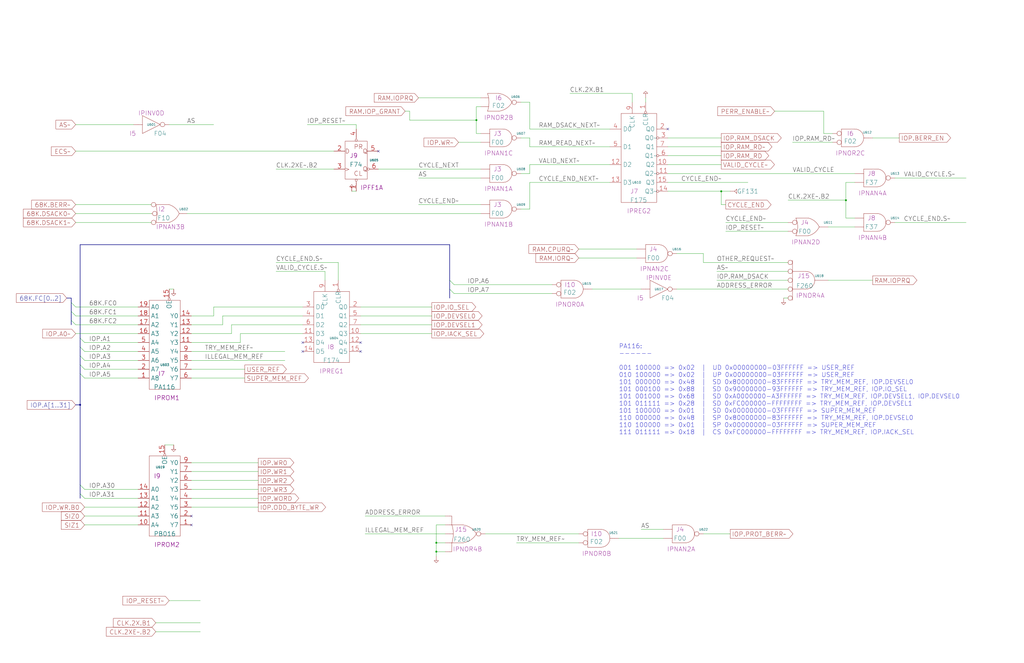
<source format=kicad_sch>
(kicad_sch (version 20250114) (generator "eeschema") (generator_version "9.0")
  (paper "User" 584.2 378.46)
  (title_block (title "IOP\\nADDRESS DECODING") (date "22-SEP-90") (rev "2.0") (comment 1 "IOC") (comment 2 "232-003061") (comment 3 "S400") (comment 4 "RELEASED"))
  (lib_symbols
    (symbol "r1000:F00" (pin_numbers (hide yes)) (pin_names (hide yes))
      (property "Reference" "U" (at 15.24 0 0))
      (property "Value" "F00" (at 1.905 -5.08 0))
      (property "Location" "___" (at 1.905 0 0))
      (property "Name" "______" (at 2.54 -12.7 0))
      (symbol "F00_0_1"
        (polyline (pts (xy -2.54 2.54) (xy -2.54 -7.62)) (stroke (width 0.1524)))
        (polyline (pts (xy -2.54 2.54) (xy 5.08 2.54)) (stroke (width 0.1524)))
        (polyline (pts (xy -2.54 -7.62) (xy 5.08 -7.62)) (stroke (width 0.1524)))
        (arc (start 5.08 2.54) (mid 10.1281 -2.54) (end 5.08 -7.62) (stroke (width 0.1524)))
        (circle (center 11.43 -2.54) (radius 1.27) (stroke (width 0.1524)))
      )
      (symbol "F00_0_2"
        (arc (start -3.175 2.54) (mid -2.134 -2.54) (end -3.175 -7.62) (stroke (width 0.1524)))
        (circle (center -3.81 0) (radius 1.27) (stroke (width 0.1524)))
        (circle (center -3.81 -5.08) (radius 1.27) (stroke (width 0.1524)))
        (polyline (pts (xy -3.175 2.54) (xy 3.81 2.54)) (stroke (width 0.1524)))
        (polyline (pts (xy -3.175 -7.62) (xy 3.81 -7.62)) (stroke (width 0.1524)))
        (arc (start 3.81 2.54) (mid 7.5828 0.7472) (end 10.16 -2.54) (stroke (width 0.1524)))
        (arc (start 10.16 -2.54) (mid 7.5855 -5.8306) (end 3.81 -7.62) (stroke (width 0.1524)))
      )
      (symbol "F00_1_1"
        (pin input line (at -7.62 0 0) (length 5.08) (name "D0") (number "1"))
        (pin input line (at -7.62 -5.08 0) (length 5.08) (name "D1") (number "2"))
        (pin output line (at 15.24 -2.54 180) (length 2.54) (name "Q") (number "3"))
      )
      (symbol "F00_1_2"
        (pin input line (at -7.62 0 0) (length 2.54) (name "D0") (number "1"))
        (pin input line (at -7.62 -5.08 0) (length 2.54) (name "D1") (number "2"))
        (pin output line (at 15.24 -2.54 180) (length 5.08) (name "Q") (number "3"))
      )
    )
    (symbol "r1000:F02" (pin_numbers (hide yes)) (pin_names (hide yes))
      (property "Reference" "U" (at 12.16 0.635 0))
      (property "Value" "F02" (at -1.27 -4.445 0))
      (property "Location" "___" (at 2.54 0 0))
      (property "Name" "______" (at 2.54 -12.7 0))
      (symbol "F02_0_1"
        (arc (start -3.81 2.54) (mid -2.9847 -2.54) (end -3.81 -7.62) (stroke (width 0.1524)))
        (polyline (pts (xy -5.08 0) (xy -3.175 0)) (stroke (width 0.1524)))
        (polyline (pts (xy -5.08 -5.08) (xy -3.175 -5.08)) (stroke (width 0.1524)))
        (polyline (pts (xy -3.81 2.54) (xy 2.54 2.54)) (stroke (width 0.1524)))
        (polyline (pts (xy -3.81 -7.62) (xy 2.54 -7.62)) (stroke (width 0.1524)))
        (arc (start 2.54 2.54) (mid 6.9477 0.8966) (end 10.16 -2.54) (stroke (width 0.1524)))
        (arc (start 10.16 -2.54) (mid 6.9515 -5.9823) (end 2.54 -7.62) (stroke (width 0.1524)))
        (circle (center 11.43 -2.54) (radius 1.27) (stroke (width 0.1524)))
        (polyline (pts (xy 13.97 -2.54) (xy 12.7 -2.54)) (stroke (width 0.1524)))
      )
      (symbol "F02_0_2"
        (circle (center -3.81 0) (radius 1.27) (stroke (width 0.1524)))
        (circle (center -3.81 -5.08) (radius 1.27) (stroke (width 0.1524)))
        (polyline (pts (xy -2.54 2.54) (xy -2.54 -7.62)) (stroke (width 0.1524)))
        (polyline (pts (xy -2.54 2.54) (xy 5.08 2.54)) (stroke (width 0.1524)))
        (polyline (pts (xy -2.54 -7.62) (xy 5.08 -7.62)) (stroke (width 0.1524)))
        (arc (start 5.08 2.54) (mid 10.1281 -2.54) (end 5.08 -7.62) (stroke (width 0.1524)))
        (polyline (pts (xy 11.43 -2.54) (xy 10.16 -2.54)) (stroke (width 0.1524)))
        (polyline (pts (xy 11.43 -2.54) (xy 12.7 -2.54)) (stroke (width 0.1524)))
      )
      (symbol "F02_1_1"
        (pin input line (at -7.62 0 0) (length 2.54) (name "D0") (number "1"))
        (pin input line (at -7.62 -5.08 0) (length 2.54) (name "D1") (number "2"))
        (pin output line (at 15.24 -2.54 180) (length 1.27) (name "Q") (number "3"))
      )
      (symbol "F02_1_2"
        (pin input line (at -7.62 0 0) (length 2.54) (name "D0") (number "1"))
        (pin input line (at -7.62 -5.08 0) (length 2.54) (name "D1") (number "2"))
        (pin output line (at 15.24 -2.54 180) (length 2.54) (name "Q") (number "3"))
      )
    )
    (symbol "r1000:F04" (pin_numbers (hide yes)) (pin_names (hide yes))
      (property "Reference" "U" (at 0 0 0))
      (property "Value" "F04" (at 1.27 -5.08 0))
      (property "Location" "___" (at -12.7 -5.08 0))
      (property "Name" "______" (at 0 5.08 0))
      (symbol "F04_0_1"
        (polyline (pts (xy -7.62 0) (xy -5.08 0)) (stroke (width 0.1524)))
        (polyline (pts (xy -5.08 5.08) (xy -5.08 -5.08)) (stroke (width 0.1524)))
        (polyline (pts (xy 5.08 0) (xy -5.08 5.08)) (stroke (width 0.1524)))
        (polyline (pts (xy 5.08 0) (xy -5.08 -5.08)) (stroke (width 0.1524)))
        (circle (center 6.35 0) (radius 1.27) (stroke (width 0.1524)))
      )
      (symbol "F04_1_1"
        (pin input line (at -10.16 0 0) (length 2.54) (name "D0") (number "1"))
        (pin output line (at 10.16 0 180) (length 2.54) (name "Q") (number "2"))
      )
    )
    (symbol "r1000:F10" (pin_numbers (hide yes)) (pin_names (hide yes))
      (property "Reference" "U" (at 13.335 0 0))
      (property "Value" "F10" (at 5.715 -5.08 0))
      (property "Location" "___" (at -1.27 0 0))
      (property "Name" "______" (at -2.54 -10.16 0))
      (symbol "F10_0_1"
        (polyline (pts (xy -2.54 3.81) (xy -2.54 -8.89)) (stroke (width 0.1524)))
        (polyline (pts (xy -2.54 2.54) (xy 5.08 2.54)) (stroke (width 0.1524)))
        (polyline (pts (xy -2.54 -7.62) (xy 5.08 -7.62)) (stroke (width 0.1524)))
        (arc (start 5.08 2.54) (mid 10.1281 -2.54) (end 5.08 -7.62) (stroke (width 0.1524)))
        (circle (center 11.43 -2.54) (radius 1.27) (stroke (width 0.1524)))
      )
      (symbol "F10_0_2"
        (arc (start -2.54 2.54) (mid -1.8195 -2.54) (end -2.54 -7.62) (stroke (width 0.1524)))
        (polyline (pts (xy -4.445 -2.54) (xy -5.08 -2.54)) (stroke (width 0.1524)))
        (circle (center -3.81 2.54) (radius 1.27) (stroke (width 0.1524)))
        (circle (center -3.81 -7.62) (radius 1.27) (stroke (width 0.1524)))
        (circle (center -3.175 -2.54) (radius 1.27) (stroke (width 0.1524)))
        (polyline (pts (xy -2.54 2.54) (xy 5.08 2.54)) (stroke (width 0.1524)))
        (polyline (pts (xy -2.54 -7.62) (xy 5.08 -7.62)) (stroke (width 0.1524)))
        (arc (start 5.08 2.54) (mid 8.4807 0.6111) (end 10.795 -2.54) (stroke (width 0.1524)))
        (arc (start 10.795 -2.54) (mid 8.4844 -5.6952) (end 5.08 -7.62) (stroke (width 0.1524)))
        (polyline (pts (xy 10.795 -2.54) (xy 12.7 -2.54)) (stroke (width 0.1524)))
      )
      (symbol "F10_1_1"
        (pin input line (at -5.08 2.54 0) (length 2.54) (name "D0") (number "1"))
        (pin input line (at -5.08 -2.54 0) (length 2.54) (name "D1") (number "2"))
        (pin input line (at -5.08 -7.62 0) (length 2.54) (name "D2") (number "3"))
        (pin output line (at 15.24 -2.54 180) (length 2.54) (name "Q") (number "4"))
      )
      (symbol "F10_1_2"
        (pin input line (at -5.08 2.54 0) (length 0) (name "D0") (number "1"))
        (pin input line (at -5.08 -2.54 0) (length 0) (name "D1") (number "2"))
        (pin input line (at -5.08 -7.62 0) (length 0) (name "D2") (number "3"))
        (pin output line (at 15.24 -2.54 180) (length 2.54) (name "Q") (number "4"))
      )
    )
    (symbol "r1000:F174" (pin_names (offset 1.016))
      (property "Reference" "U" (at 2.54 5.08 0))
      (property "Value" "F174" (at -3.81 -7.62 0))
      (property "Location" "___" (at -1.27 0 0))
      (property "Name" "______" (at 1.27 -15.24 0))
      (symbol "F174_1_1"
        (rectangle (start -8.89 31.75) (end 11.43 -8.89))
        (circle (center 5.08 32.385) (radius 0.635))
        (pin input line (at -15.24 22.86 0) (length 6.35) (name "D0") (number "3"))
        (pin input line (at -15.24 17.78 0) (length 6.35) (name "D1") (number "4"))
        (pin input line (at -15.24 12.7 0) (length 6.35) (name "D2") (number "6"))
        (pin input line (at -15.24 7.62 0) (length 6.35) (name "D3") (number "11"))
        (pin input line (at -15.24 2.54 0) (length 6.35) (name "D4") (number "13"))
        (pin input line (at -15.24 -2.54 0) (length 6.35) (name "D5") (number "14"))
        (pin input line (at -2.54 38.1 270) (length 6.35) (name "CLK") (number "9"))
        (pin input line (at 5.08 38.1 270) (length 5.08) (name "CLR") (number "1"))
        (pin output line (at 17.78 22.86 180) (length 6.35) (name "Q0") (number "2"))
        (pin output line (at 17.78 17.78 180) (length 6.35) (name "Q1") (number "5"))
        (pin output line (at 17.78 12.7 180) (length 6.35) (name "Q2") (number "7"))
        (pin output line (at 17.78 7.62 180) (length 6.35) (name "Q3") (number "10"))
        (pin output line (at 17.78 2.54 180) (length 6.35) (name "Q4") (number "12"))
        (pin output line (at 17.78 -2.54 180) (length 6.35) (name "Q5") (number "15"))
      )
    )
    (symbol "r1000:F175" (pin_names (offset 1.016))
      (property "Reference" "U" (at 2.54 5.08 0))
      (property "Value" "F175" (at -1.27 -5.08 0))
      (property "Location" "___" (at -1.27 0 0))
      (property "Name" "______" (at 3.81 -12.7 0))
      (symbol "F175_1_1"
        (rectangle (start -6.35 44.45) (end 13.97 -6.35))
        (circle (center 7.62 45.085) (radius 0.635))
        (circle (center 14.605 30.48) (radius 0.635))
        (circle (center 14.605 20.32) (radius 0.635))
        (circle (center 14.605 10.16) (radius 0.635))
        (circle (center 14.605 0) (radius 0.635))
        (pin input line (at -12.7 35.56 0) (length 6.35) (name "D0") (number "4"))
        (pin input line (at -12.7 25.4 0) (length 6.35) (name "D1") (number "5"))
        (pin input line (at -12.7 15.24 0) (length 6.35) (name "D2") (number "12"))
        (pin input line (at -12.7 5.08 0) (length 6.35) (name "D3") (number "13"))
        (pin input line (at 0 50.8 270) (length 6.35) (name "CLK") (number "9"))
        (pin input line (at 7.62 50.8 270) (length 5.08) (name "CLR") (number "1"))
        (pin output line (at 20.32 35.56 180) (length 6.35) (name "Q0") (number "2"))
        (pin output line (at 20.32 30.48 180) (length 5.08) (name "Q0~") (number "3"))
        (pin output line (at 20.32 25.4 180) (length 6.35) (name "Q1") (number "7"))
        (pin output line (at 20.32 20.32 180) (length 5.08) (name "Q1~") (number "6"))
        (pin output line (at 20.32 15.24 180) (length 6.35) (name "Q2") (number "10"))
        (pin output line (at 20.32 10.16 180) (length 5.08) (name "Q2~") (number "11"))
        (pin output line (at 20.32 5.08 180) (length 6.35) (name "Q3") (number "15"))
        (pin output line (at 20.32 0 180) (length 5.08) (name "Q3~") (number "14"))
      )
    )
    (symbol "r1000:F260" (pin_numbers (hide yes)) (pin_names (hide yes))
      (property "Reference" "U" (at 10.16 0 0))
      (property "Value" "F260" (at 1.905 -5.715 0))
      (property "Location" "___" (at 1.27 0 0))
      (property "Name" "______" (at 5.08 -12.7 0))
      (symbol "F260_0_1"
        (arc (start -3.8173 2.54) (mid -2.9926 -2.54) (end -3.8173 -7.62) (stroke (width 0.1524)))
        (polyline (pts (xy -5.08 7.62) (xy -3.81 7.62) (xy -3.81 2.54)) (stroke (width 0.1524)))
        (polyline (pts (xy -5.08 2.54) (xy -3.81 2.54)) (stroke (width 0.1524)))
        (polyline (pts (xy -5.08 -2.54) (xy -3.0226 -2.54)) (stroke (width 0.1524)))
        (polyline (pts (xy -5.08 -7.62) (xy -3.81 -7.62)) (stroke (width 0.1524)))
        (polyline (pts (xy -5.08 -12.7) (xy -3.81 -12.7) (xy -3.81 -7.62)) (stroke (width 0.1524)))
        (polyline (pts (xy -3.81 2.54) (xy 2.54 2.54)) (stroke (width 0.1524)))
        (polyline (pts (xy -3.81 -7.62) (xy 2.54 -7.62)) (stroke (width 0.1524)))
        (arc (start 10.16 -2.54) (mid 6.9504 -5.9807) (end 2.54 -7.62) (stroke (width 0.1524)))
        (arc (start 2.54 2.54) (mid 6.9516 0.9024) (end 10.16 -2.54) (stroke (width 0.1524)))
        (circle (center 11.43 -2.54) (radius 1.27) (stroke (width 0.1524)))
      )
      (symbol "F260_0_2"
        (circle (center -6.35 7.62) (radius 1.27) (stroke (width 0.1524)))
        (circle (center -6.35 2.54) (radius 1.27) (stroke (width 0.1524)))
        (circle (center -6.35 -2.54) (radius 1.27) (stroke (width 0.1524)))
        (circle (center -6.35 -7.62) (radius 1.27) (stroke (width 0.1524)))
        (circle (center -6.35 -12.7) (radius 1.27) (stroke (width 0.1524)))
        (polyline (pts (xy -5.08 2.54) (xy 2.54 2.54)) (stroke (width 0.1524)))
        (polyline (pts (xy -5.08 -7.62) (xy 2.54 -7.62)) (stroke (width 0.1524)))
        (polyline (pts (xy -5.08 -13.97) (xy -5.08 8.89)) (stroke (width 0.1524)))
        (arc (start 2.54 2.54) (mid 6.1321 1.0521) (end 7.62 -2.54) (stroke (width 0.1524)))
        (arc (start 7.62 -2.54) (mid 6.1321 -6.1321) (end 2.54 -7.62) (stroke (width 0.1524)))
      )
      (symbol "F260_1_1"
        (pin input line (at -7.62 7.62 0) (length 2.54) (name "D0") (number "12"))
        (pin input line (at -7.62 2.54 0) (length 2.54) (name "D1") (number "13"))
        (pin input line (at -7.62 -2.54 0) (length 2.54) (name "D2") (number "1"))
        (pin input line (at -7.62 -7.62 0) (length 2.54) (name "D3") (number "2"))
        (pin input line (at -7.62 -12.7 0) (length 2.54) (name "D4") (number "3"))
        (pin output line (at 15.24 -2.54 180) (length 2.54) (name "Q") (number "5"))
      )
      (symbol "F260_1_2"
        (pin input line (at -7.62 7.62 0) (length 0) (name "D0") (number "12"))
        (pin input line (at -7.62 2.54 0) (length 0) (name "D1") (number "13"))
        (pin input line (at -7.62 -2.54 0) (length 0) (name "D2") (number "1"))
        (pin input line (at -7.62 -7.62 0) (length 0) (name "D3") (number "2"))
        (pin input line (at -7.62 -12.7 0) (length 0) (name "D4") (number "3"))
        (pin output line (at 15.24 -2.54 180) (length 7.62) (name "Q") (number "5"))
      )
    )
    (symbol "r1000:F37" (pin_numbers (hide yes)) (pin_names (offset 0) (hide yes))
      (property "Reference" "U" (at 15.24 0 0))
      (property "Value" "F37" (at 1.905 -5.08 0))
      (property "Location" "___" (at 1.905 0 0))
      (property "Name" "______" (at 2.54 -12.7 0))
      (symbol "F37_0_1"
        (polyline (pts (xy -2.54 2.54) (xy -2.54 -7.62)) (stroke (width 0.1524)))
        (polyline (pts (xy -2.54 2.54) (xy 5.08 2.54)) (stroke (width 0.1524)))
        (polyline (pts (xy -2.54 -7.62) (xy 5.08 -7.62)) (stroke (width 0.1524)))
        (arc (start 5.08 2.54) (mid 10.1281 -2.54) (end 5.08 -7.62) (stroke (width 0.1524)))
        (circle (center 11.43 -2.54) (radius 1.27) (stroke (width 0.1524)))
      )
      (symbol "F37_0_2"
        (arc (start -3.175 2.54) (mid -2.134 -2.54) (end -3.175 -7.62) (stroke (width 0.1524)))
        (circle (center -3.81 0) (radius 1.27) (stroke (width 0.1524)))
        (circle (center -3.81 -5.08) (radius 1.27) (stroke (width 0.1524)))
        (polyline (pts (xy -3.175 2.54) (xy 3.81 2.54)) (stroke (width 0.1524)))
        (polyline (pts (xy -3.175 -7.62) (xy 3.81 -7.62)) (stroke (width 0.1524)))
        (arc (start 3.81 2.54) (mid 7.5828 0.7472) (end 10.16 -2.54) (stroke (width 0.1524)))
        (arc (start 10.16 -2.54) (mid 7.5855 -5.8306) (end 3.81 -7.62) (stroke (width 0.1524)))
      )
      (symbol "F37_1_1"
        (pin input line (at -7.62 0 0) (length 5.08) (name "D0") (number "1"))
        (pin input line (at -7.62 -5.08 0) (length 5.08) (name "D1") (number "2"))
        (pin output line (at 15.24 -2.54 180) (length 2.54) (name "Q") (number "3"))
      )
      (symbol "F37_1_2"
        (pin input line (at -7.62 0 0) (length 2.54) (name "D0") (number "1"))
        (pin input line (at -7.62 -5.08 0) (length 2.54) (name "D1") (number "2"))
        (pin output line (at 15.24 -2.54 180) (length 5.08) (name "Q") (number "3"))
      )
    )
    (symbol "r1000:F74" (pin_names (offset 1.016) (hide yes))
      (property "Reference" "U" (at 12.7 -2.54 0))
      (property "Value" "F74" (at -1.27 -5.08 0))
      (property "Location" "___" (at -1.27 0 0))
      (property "Name" "______" (at 11.43 -19.685 0))
      (symbol "F74_0_1"
        (rectangle (start -3.81 8.255) (end 8.89 -13.335) (stroke (width 0.1524)))
        (polyline (pts (xy 2.54 10.16) (xy 2.54 9.525)) (stroke (width 0.1524)))
        (polyline (pts (xy 2.54 -15.24) (xy 2.54 -14.605)) (stroke (width 0.1524)))
      )
      (symbol "F74_1_1"
        (circle (center 2.54 8.89) (radius 0.635))
        (circle (center 2.54 -13.97) (radius 0.635))
        (circle (center 9.525 -7.62) (radius 0.635))
        (text "D" (at -2.54 2.54 0) (effects (font (size 2.54 2.54))))
        (text ">" (at -2.54 -7.62 0) (effects (font (size 2.54 2.54))))
        (text "P" (at 2.54 5.08 0) (effects (font (size 2.54 2.54))))
        (text "C" (at 2.54 -10.16 0) (effects (font (size 2.54 2.54))))
        (text "R" (at 5.08 5.08 0) (effects (font (size 2.54 2.54))))
        (text "L" (at 5.08 -10.16 0) (effects (font (size 2.54 2.54))))
        (text "Q" (at 7.62 2.54 0) (effects (font (size 2.54 2.54))))
        (text "Q" (at 7.62 -7.62 0) (effects (font (size 2.54 2.54))))
        (pin input line (at -10.16 2.54 0) (length 6.35) (name "D") (number "2"))
        (pin input line (at -10.16 -7.62 0) (length 6.35) (name "CLK") (number "3"))
        (pin input line (at 2.54 15.24 270) (length 5.08) (name "PR_") (number "4"))
        (pin input line (at 2.54 -20.32 90) (length 5.08) (name "CL_") (number "1"))
        (pin output line (at 15.24 2.54 180) (length 6.35) (name "Q") (number "5"))
        (pin output line (at 15.24 -7.62 180) (length 5.08) (name "Q_") (number "6"))
      )
    )
    (symbol "r1000:GF" (pin_numbers (hide yes)) (pin_names (offset 0) (hide yes))
      (property "Reference" "GF" (at 3.81 0 0))
      (symbol "GF_0_1"
        (polyline (pts (xy 2.54 0) (xy 3.81 1.27) (xy 3.81 -1.27) (xy 2.54 0)) (stroke (width 0.1524)))
      )
      (symbol "GF_1_1"
        (pin bidirectional line (at 0 0 0) (length 2.54) (name "") (number "1"))
      )
    )
    (symbol "r1000:PAxxx" (pin_names (offset 1.016))
      (property "Reference" "U" (at 2.54 5.08 0))
      (property "Value" "PAxxx" (at -3.81 -7.62 0))
      (property "Location" "___" (at -1.27 0 0))
      (property "Name" "______" (at 3.81 -15.24 0))
      (symbol "PAxxx_1_1"
        (rectangle (start -6.35 41.91) (end 11.43 -8.89))
        (circle (center 5.08 42.545) (radius 0.635))
        (pin input line (at -12.7 38.1 0) (length 6.35) (name "A0") (number "19"))
        (pin input line (at -12.7 33.02 0) (length 6.35) (name "A1") (number "18"))
        (pin input line (at -12.7 27.94 0) (length 6.35) (name "A2") (number "17"))
        (pin input line (at -12.7 22.86 0) (length 6.35) (name "A3") (number "16"))
        (pin input line (at -12.7 17.78 0) (length 6.35) (name "A4") (number "5"))
        (pin input line (at -12.7 12.7 0) (length 6.35) (name "A5") (number "4"))
        (pin input line (at -12.7 7.62 0) (length 6.35) (name "A6") (number "3"))
        (pin input line (at -12.7 2.54 0) (length 6.35) (name "A7") (number "2"))
        (pin input line (at -12.7 -2.54 0) (length 6.35) (name "A8") (number "1"))
        (pin input line (at 5.08 48.26 270) (length 5.08) (name "OE") (number "15"))
        (pin tri_state line (at 17.78 33.02 180) (length 6.35) (name "Y0") (number "14"))
        (pin tri_state line (at 17.78 27.94 180) (length 6.35) (name "Y1") (number "13"))
        (pin tri_state line (at 17.78 22.86 180) (length 6.35) (name "Y2") (number "12"))
        (pin tri_state line (at 17.78 17.78 180) (length 6.35) (name "Y3") (number "11"))
        (pin tri_state line (at 17.78 12.7 180) (length 6.35) (name "Y4") (number "9"))
        (pin tri_state line (at 17.78 7.62 180) (length 6.35) (name "Y5") (number "8"))
        (pin tri_state line (at 17.78 2.54 180) (length 6.35) (name "Y6") (number "7"))
        (pin tri_state line (at 17.78 -2.54 180) (length 6.35) (name "Y7") (number "6"))
      )
    )
    (symbol "r1000:PBxxx" (pin_names (offset 1.016))
      (property "Reference" "U" (at 2.54 5.08 0))
      (property "Value" "PBxxx" (at -1.27 -33.02 0))
      (property "Location" "___" (at -1.27 0 0))
      (property "Name" "______" (at 6.35 -40.64 0))
      (symbol "PBxxx_1_1"
        (rectangle (start -3.81 11.43) (end 13.97 -34.29))
        (circle (center 5.08 12.065) (radius 0.635))
        (pin input line (at -10.16 -7.62 0) (length 6.35) (name "A0") (number "14"))
        (pin input line (at -10.16 -12.7 0) (length 6.35) (name "A1") (number "13"))
        (pin input line (at -10.16 -17.78 0) (length 6.35) (name "A2") (number "12"))
        (pin input line (at -10.16 -22.86 0) (length 6.35) (name "A3") (number "11"))
        (pin input line (at -10.16 -27.94 0) (length 6.35) (name "A4") (number "10"))
        (pin input line (at 5.08 17.78 270) (length 5.08) (name "OE") (number "15"))
        (pin tri_state line (at 20.32 7.62 180) (length 6.35) (name "Y0") (number "9"))
        (pin tri_state line (at 20.32 2.54 180) (length 6.35) (name "Y1") (number "7"))
        (pin tri_state line (at 20.32 -2.54 180) (length 6.35) (name "Y2") (number "6"))
        (pin tri_state line (at 20.32 -7.62 180) (length 6.35) (name "Y3") (number "5"))
        (pin tri_state line (at 20.32 -12.7 180) (length 6.35) (name "Y4") (number "4"))
        (pin tri_state line (at 20.32 -17.78 180) (length 6.35) (name "Y5") (number "3"))
        (pin tri_state line (at 20.32 -22.86 180) (length 6.35) (name "Y6") (number "2"))
        (pin tri_state line (at 20.32 -27.94 180) (length 6.35) (name "Y7") (number "1"))
      )
    )
    (symbol "r1000:PD" (power) (pin_numbers (hide yes)) (pin_names (hide yes)) (in_bom no)
      (symbol "PD_0_1"
        (polyline (pts (xy 0 -2.54) (xy 1.27 -2.54) (xy 0 -3.81) (xy -1.27 -2.54) (xy 0 -2.54)) (stroke (width 0.1524)))
      )
      (symbol "PD_1_1"
        (pin power_in line (at 0 0 270) (length 2.54) (name "PD") (number "1"))
      )
    )
    (symbol "r1000:PU" (power) (pin_numbers (hide yes)) (pin_names (hide yes))
      (symbol "PU_0_1"
        (polyline (pts (xy 0 2.54) (xy -1.27 2.54) (xy 0 3.81) (xy 1.27 2.54) (xy 0 2.54)) (stroke (width 0.1524)))
      )
      (symbol "PU_1_1"
        (pin power_in line (at 0 0 90) (length 2.54) (name "PU") (number "1"))
      )
    )
  )
  (text "PA116:\n------\n\n001 100000 => 0x02  |  UD 0x00000000-03FFFFFF => USER_REF\n010 100000 => 0x02  |  UP 0x00000000-03FFFFFF => USER_REF\n101 000000 => 0x48  |  SD 0x80000000-83FFFFFF => TRY_MEM_REF, IOP.DEVSEL0\n101 000100 => 0x88  |  SD 0x90000000-93FFFFFF => TRY_MEM_REF, IOP.IO_SEL\n101 001000 => 0x68  |  SD 0xA0000000-A3FFFFFF => TRY_MEM_REF, IOP.DEVSEL1, IOP.DEVSEL0\n101 011111 => 0x28  |  SD 0xFC000000-FFFFFFFF => TRY_MEM_REF, IOP.DEVSEL1\n101 100000 => 0x01  |  SD 0x00000000-03FFFFFF => SUPER_MEM_REF\n110 000000 => 0x48  |  SP 0x80000000-83FFFFFF => TRY_MEM_REF, IOP.DEVSEL0\n110 100000 => 0x01  |  SP 0x00000000-03FFFFFF => SUPER_MEM_REF\n111 011111 => 0x18  |  CS 0xFC000000-FFFFFFFF => TRY_MEM_REF, IOP.IACK_SEL\n\n\n" (at 353.06 256.54 0) (effects (font (size 2.54 2.54)) (justify left bottom)))
  (junction (at 271.78 68.58))
  (junction (at 248.92 314.96))
  (junction (at 411.48 109.22))
  (junction (at 482.6 114.3))
  (junction (at 45.72 231.14))
  (junction (at 248.92 309.88))
  (no_connect (at 205.74 195.58))
  (no_connect (at 381 73.66))
  (no_connect (at 205.74 200.66))
  (no_connect (at 172.72 200.66))
  (no_connect (at 215.9 86.36))
  (no_connect (at 172.72 195.58))
  (no_connect (at 109.22 294.64))
  (no_connect (at 109.22 299.72))
  (bus_entry (at 256.54 160.02) (size 2.54 2.54))
  (bus_entry (at 40.64 182.88) (size 2.54 2.54))
  (bus_entry (at 40.64 177.8) (size 2.54 2.54))
  (bus_entry (at 45.72 193.04) (size 2.54 2.54))
  (bus_entry (at 45.72 208.28) (size 2.54 2.54))
  (bus_entry (at 45.72 281.94) (size 2.54 2.54))
  (bus_entry (at 45.72 198.12) (size 2.54 2.54))
  (bus_entry (at 45.72 213.36) (size 2.54 2.54))
  (bus_entry (at 40.64 172.72) (size 2.54 2.54))
  (bus_entry (at 45.72 203.2) (size 2.54 2.54))
  (bus_entry (at 256.54 165.1) (size 2.54 2.54))
  (bus_entry (at 45.72 276.86) (size 2.54 2.54))
  (wire (pts (xy 386.08 165.1) (xy 449.58 165.1)))
  (wire (pts (xy 302.26 73.66) (xy 347.98 73.66)))
  (wire (pts (xy 414.02 132.08) (xy 449.58 132.08)))
  (wire (pts (xy 238.76 101.6) (xy 274.32 101.6)))
  (wire (pts (xy 248.92 314.96) (xy 248.92 309.88)))
  (wire (pts (xy 88.9 355.6) (xy 114.3 355.6)))
  (bus (pts (xy 45.72 198.12) (xy 45.72 203.2)))
  (wire (pts (xy 109.22 205.74) (xy 162.56 205.74)))
  (bus (pts (xy 40.64 170.18) (xy 40.64 172.72)))
  (wire (pts (xy 302.26 83.82) (xy 302.26 78.74)))
  (bus (pts (xy 45.72 208.28) (xy 45.72 213.36)))
  (wire (pts (xy 193.04 149.86) (xy 193.04 160.02)))
  (wire (pts (xy 96.52 165.1) (xy 99.06 165.1)))
  (wire (pts (xy 381 83.82) (xy 411.48 83.82)))
  (wire (pts (xy 109.22 264.16) (xy 147.32 264.16)))
  (wire (pts (xy 233.68 63.5) (xy 233.68 68.58)))
  (wire (pts (xy 172.72 190.5) (xy 137.16 190.5)))
  (wire (pts (xy 276.86 304.8) (xy 330.2 304.8)))
  (wire (pts (xy 401.32 144.78) (xy 401.32 149.86)))
  (wire (pts (xy 482.6 104.14) (xy 487.68 104.14)))
  (wire (pts (xy 381 104.14) (xy 426.72 104.14)))
  (wire (pts (xy 238.76 116.84) (xy 274.32 116.84)))
  (bus (pts (xy 45.72 213.36) (xy 45.72 231.14)))
  (wire (pts (xy 185.42 154.94) (xy 185.42 160.02)))
  (wire (pts (xy 441.96 63.5) (xy 469.9 63.5)))
  (wire (pts (xy 449.58 114.3) (xy 482.6 114.3)))
  (wire (pts (xy 497.84 78.74) (xy 513.08 78.74)))
  (bus (pts (xy 40.64 177.8) (xy 40.64 182.88)))
  (wire (pts (xy 93.98 254) (xy 99.06 254)))
  (wire (pts (xy 48.26 215.9) (xy 78.74 215.9)))
  (wire (pts (xy 157.48 149.86) (xy 193.04 149.86)))
  (wire (pts (xy 452.12 81.28) (xy 474.98 81.28)))
  (wire (pts (xy 368.3 55.88) (xy 368.3 58.42)))
  (wire (pts (xy 121.92 175.26) (xy 172.72 175.26)))
  (wire (pts (xy 43.18 121.92) (xy 86.36 121.92)))
  (wire (pts (xy 248.92 309.88) (xy 254 309.88)))
  (wire (pts (xy 231.14 63.5) (xy 233.68 63.5)))
  (wire (pts (xy 175.26 71.12) (xy 203.2 71.12)))
  (wire (pts (xy 274.32 76.2) (xy 271.78 76.2)))
  (bus (pts (xy 45.72 193.04) (xy 45.72 198.12)))
  (wire (pts (xy 472.44 129.54) (xy 487.68 129.54)))
  (wire (pts (xy 205.74 190.5) (xy 246.38 190.5)))
  (wire (pts (xy 469.9 76.2) (xy 474.98 76.2)))
  (wire (pts (xy 233.68 68.58) (xy 271.78 68.58)))
  (wire (pts (xy 109.22 269.24) (xy 147.32 269.24)))
  (wire (pts (xy 48.26 284.48) (xy 78.74 284.48)))
  (wire (pts (xy 401.32 304.8) (xy 416.56 304.8)))
  (wire (pts (xy 510.54 101.6) (xy 551.18 101.6)))
  (bus (pts (xy 45.72 139.7) (xy 45.72 193.04)))
  (bus (pts (xy 38.1 170.18) (xy 40.64 170.18)))
  (wire (pts (xy 302.26 99.06) (xy 302.26 93.98)))
  (wire (pts (xy 472.44 160.02) (xy 497.84 160.02)))
  (wire (pts (xy 302.26 78.74) (xy 297.18 78.74)))
  (wire (pts (xy 109.22 289.56) (xy 147.32 289.56)))
  (wire (pts (xy 381 78.74) (xy 411.48 78.74)))
  (wire (pts (xy 109.22 284.48) (xy 147.32 284.48)))
  (wire (pts (xy 43.18 185.42) (xy 78.74 185.42)))
  (wire (pts (xy 48.26 294.64) (xy 78.74 294.64)))
  (wire (pts (xy 109.22 190.5) (xy 132.08 190.5)))
  (wire (pts (xy 259.08 167.64) (xy 314.96 167.64)))
  (wire (pts (xy 248.92 309.88) (xy 248.92 299.72)))
  (wire (pts (xy 109.22 200.66) (xy 162.56 200.66)))
  (wire (pts (xy 365.76 302.26) (xy 378.46 302.26)))
  (wire (pts (xy 510.54 127) (xy 551.18 127)))
  (wire (pts (xy 109.22 274.32) (xy 147.32 274.32)))
  (wire (pts (xy 132.08 185.42) (xy 172.72 185.42)))
  (wire (pts (xy 48.26 299.72) (xy 78.74 299.72)))
  (wire (pts (xy 294.64 309.88) (xy 330.2 309.88)))
  (bus (pts (xy 256.54 160.02) (xy 256.54 165.1)))
  (wire (pts (xy 469.9 63.5) (xy 469.9 76.2)))
  (wire (pts (xy 238.76 55.88) (xy 274.32 55.88)))
  (wire (pts (xy 259.08 162.56) (xy 314.96 162.56)))
  (wire (pts (xy 48.26 195.58) (xy 78.74 195.58)))
  (bus (pts (xy 45.72 276.86) (xy 45.72 281.94)))
  (wire (pts (xy 48.26 279.4) (xy 78.74 279.4)))
  (wire (pts (xy 43.18 190.5) (xy 78.74 190.5)))
  (wire (pts (xy 248.92 314.96) (xy 254 314.96)))
  (wire (pts (xy 200.66 109.22) (xy 203.2 109.22)))
  (wire (pts (xy 482.6 124.46) (xy 482.6 114.3)))
  (bus (pts (xy 45.72 231.14) (xy 45.72 276.86)))
  (wire (pts (xy 43.18 175.26) (xy 78.74 175.26)))
  (wire (pts (xy 96.52 71.12) (xy 121.92 71.12)))
  (wire (pts (xy 109.22 215.9) (xy 139.7 215.9)))
  (wire (pts (xy 48.26 205.74) (xy 78.74 205.74)))
  (bus (pts (xy 256.54 139.7) (xy 256.54 160.02)))
  (wire (pts (xy 271.78 60.96) (xy 274.32 60.96)))
  (wire (pts (xy 137.16 190.5) (xy 137.16 195.58)))
  (wire (pts (xy 215.9 96.52) (xy 274.32 96.52)))
  (wire (pts (xy 203.2 71.12) (xy 203.2 73.66)))
  (wire (pts (xy 109.22 279.4) (xy 147.32 279.4)))
  (wire (pts (xy 381 93.98) (xy 411.48 93.98)))
  (wire (pts (xy 121.92 180.34) (xy 121.92 175.26)))
  (wire (pts (xy 408.94 160.02) (xy 449.58 160.02)))
  (wire (pts (xy 297.18 58.42) (xy 302.26 58.42)))
  (wire (pts (xy 414.02 116.84) (xy 411.48 116.84)))
  (wire (pts (xy 43.18 127) (xy 86.36 127)))
  (wire (pts (xy 96.52 342.9) (xy 114.3 342.9)))
  (wire (pts (xy 88.9 360.68) (xy 114.3 360.68)))
  (wire (pts (xy 337.82 165.1) (xy 365.76 165.1)))
  (wire (pts (xy 127 180.34) (xy 127 185.42)))
  (wire (pts (xy 381 99.06) (xy 487.68 99.06)))
  (bus (pts (xy 40.64 182.88) (xy 40.64 185.42)))
  (wire (pts (xy 109.22 180.34) (xy 121.92 180.34)))
  (bus (pts (xy 40.64 172.72) (xy 40.64 177.8)))
  (wire (pts (xy 127 185.42) (xy 109.22 185.42)))
  (wire (pts (xy 248.92 299.72) (xy 254 299.72)))
  (wire (pts (xy 157.48 154.94) (xy 185.42 154.94)))
  (wire (pts (xy 271.78 76.2) (xy 271.78 68.58)))
  (wire (pts (xy 447.04 170.18) (xy 449.58 170.18)))
  (wire (pts (xy 137.16 195.58) (xy 109.22 195.58)))
  (wire (pts (xy 381 88.9) (xy 411.48 88.9)))
  (wire (pts (xy 48.26 210.82) (xy 78.74 210.82)))
  (wire (pts (xy 271.78 68.58) (xy 271.78 60.96)))
  (wire (pts (xy 109.22 210.82) (xy 139.7 210.82)))
  (wire (pts (xy 330.2 147.32) (xy 363.22 147.32)))
  (wire (pts (xy 48.26 289.56) (xy 78.74 289.56)))
  (wire (pts (xy 302.26 58.42) (xy 302.26 73.66)))
  (wire (pts (xy 401.32 149.86) (xy 449.58 149.86)))
  (wire (pts (xy 157.48 96.52) (xy 190.5 96.52)))
  (wire (pts (xy 482.6 114.3) (xy 482.6 104.14)))
  (bus (pts (xy 45.72 281.94) (xy 45.72 284.48)))
  (wire (pts (xy 347.98 104.14) (xy 302.26 104.14)))
  (wire (pts (xy 302.26 104.14) (xy 302.26 119.38)))
  (wire (pts (xy 411.48 116.84) (xy 411.48 109.22)))
  (wire (pts (xy 205.74 185.42) (xy 246.38 185.42)))
  (bus (pts (xy 43.18 231.14) (xy 45.72 231.14)))
  (wire (pts (xy 302.26 119.38) (xy 297.18 119.38)))
  (wire (pts (xy 411.48 109.22) (xy 416.56 109.22)))
  (wire (pts (xy 172.72 180.34) (xy 127 180.34)))
  (wire (pts (xy 208.28 304.8) (xy 254 304.8)))
  (wire (pts (xy 248.92 317.5) (xy 248.92 314.96)))
  (wire (pts (xy 353.06 307.34) (xy 378.46 307.34)))
  (wire (pts (xy 381 109.22) (xy 411.48 109.22)))
  (wire (pts (xy 132.08 190.5) (xy 132.08 185.42)))
  (wire (pts (xy 330.2 142.24) (xy 363.22 142.24)))
  (wire (pts (xy 302.26 93.98) (xy 347.98 93.98)))
  (wire (pts (xy 106.68 121.92) (xy 274.32 121.92)))
  (wire (pts (xy 414.02 127) (xy 449.58 127)))
  (wire (pts (xy 347.98 83.82) (xy 302.26 83.82)))
  (wire (pts (xy 48.26 200.66) (xy 78.74 200.66)))
  (wire (pts (xy 487.68 124.46) (xy 482.6 124.46)))
  (bus (pts (xy 256.54 165.1) (xy 256.54 170.18)))
  (wire (pts (xy 360.68 53.34) (xy 360.68 58.42)))
  (wire (pts (xy 43.18 180.34) (xy 78.74 180.34)))
  (bus (pts (xy 45.72 139.7) (xy 256.54 139.7)))
  (wire (pts (xy 205.74 180.34) (xy 246.38 180.34)))
  (wire (pts (xy 261.62 81.28) (xy 274.32 81.28)))
  (bus (pts (xy 45.72 203.2) (xy 45.72 208.28)))
  (wire (pts (xy 386.08 144.78) (xy 401.32 144.78)))
  (wire (pts (xy 43.18 86.36) (xy 190.5 86.36)))
  (wire (pts (xy 205.74 175.26) (xy 246.38 175.26)))
  (wire (pts (xy 325.12 53.34) (xy 360.68 53.34)))
  (wire (pts (xy 43.18 116.84) (xy 86.36 116.84)))
  (wire (pts (xy 43.18 71.12) (xy 76.2 71.12)))
  (wire (pts (xy 297.18 99.06) (xy 302.26 99.06)))
  (wire (pts (xy 408.94 154.94) (xy 449.58 154.94)))
  (wire (pts (xy 208.28 294.64) (xy 254 294.64)))
  (label "IOP_RESET~" (at 175.26 71.12 0) (effects (font (size 2.54 2.54))))
  (label "AS" (at 238.76 101.6 0) (effects (font (size 2.54 2.54))))
  (label "CYCLE_END.S~" (at 157.48 149.86 0) (effects (font (size 2.54 2.54))))
  (label "CYCLE_END_NEXT~" (at 307.34 104.14 0) (effects (font (size 2.54 2.54))))
  (label "VALID_CYCLE.S~" (at 515.62 101.6 0) (effects (font (size 2.54 2.54))))
  (label "CYCLE_END.S~" (at 515.62 127 0) (effects (font (size 2.54 2.54))))
  (label "IOP_RESET~" (at 414.02 132.08 0) (effects (font (size 2.54 2.54))))
  (label "IOP.A5" (at 50.8 215.9 0) (effects (font (size 2.54 2.54))))
  (label "AS~" (at 408.94 154.94 0) (effects (font (size 2.54 2.54))))
  (label "RAM_READ_NEXT~" (at 307.34 83.82 0) (effects (font (size 2.54 2.54))))
  (label "VALID_CYCLE.S~" (at 157.48 154.94 0) (effects (font (size 2.54 2.54))))
  (label "CYCLE_END~" (at 238.76 116.84 0) (effects (font (size 2.54 2.54))))
  (label "ILLEGAL_MEM_REF" (at 208.28 304.8 0) (effects (font (size 2.54 2.54))))
  (label "RAM_DSACK_NEXT~" (at 307.34 73.66 0) (effects (font (size 2.54 2.54))))
  (label "CLK.2X.B1" (at 325.12 53.34 0) (effects (font (size 2.54 2.54))))
  (label "CLK.2XE~.B2" (at 157.48 96.52 0) (effects (font (size 2.54 2.54))))
  (label "CYCLE_END~" (at 414.02 127 0) (effects (font (size 2.54 2.54))))
  (label "68K.FC1" (at 50.8 180.34 0) (effects (font (size 2.54 2.54))))
  (label "AS" (at 365.76 302.26 0) (effects (font (size 2.54 2.54))))
  (label "68K.FC2" (at 50.8 185.42 0) (effects (font (size 2.54 2.54))))
  (label "IOP.A31" (at 50.8 284.48 0) (effects (font (size 2.54 2.54))))
  (label "IOP.RAM_RD~" (at 452.12 81.28 0) (effects (font (size 2.54 2.54))))
  (label "AS" (at 106.68 71.12 0) (effects (font (size 2.54 2.54))))
  (label "IOP.A7" (at 266.7 167.64 0) (effects (font (size 2.54 2.54))))
  (label "CYCLE_NEXT" (at 238.76 96.52 0) (effects (font (size 2.54 2.54))))
  (label "TRY_MEM_REF~" (at 294.64 309.88 0) (effects (font (size 2.54 2.54))))
  (label "CLK.2XE~.B2" (at 449.58 114.3 0) (effects (font (size 2.54 2.54))))
  (label "IOP.A30" (at 50.8 279.4 0) (effects (font (size 2.54 2.54))))
  (label "IOP.A3" (at 50.8 205.74 0) (effects (font (size 2.54 2.54))))
  (label "TRY_MEM_REF~" (at 116.84 200.66 0) (effects (font (size 2.54 2.54))))
  (label "VALID_CYCLE" (at 452.12 99.06 0) (effects (font (size 2.54 2.54))))
  (label "IOP.RAM_DSACK" (at 408.94 160.02 0) (effects (font (size 2.54 2.54))))
  (label "CYCLE_END~" (at 388.62 104.14 0) (effects (font (size 2.54 2.54))))
  (label "OTHER_REQUEST~" (at 408.94 149.86 0) (effects (font (size 2.54 2.54))))
  (label "IOP.A4" (at 50.8 210.82 0) (effects (font (size 2.54 2.54))))
  (label "68K.FC0" (at 50.8 175.26 0) (effects (font (size 2.54 2.54))))
  (label "ILLEGAL_MEM_REF" (at 116.84 205.74 0) (effects (font (size 2.54 2.54))))
  (label "VALID_NEXT~" (at 307.34 93.98 0) (effects (font (size 2.54 2.54))))
  (label "IOP.A2" (at 50.8 200.66 0) (effects (font (size 2.54 2.54))))
  (label "IOP.A1" (at 50.8 195.58 0) (effects (font (size 2.54 2.54))))
  (label "ADDRESS_ERROR" (at 208.28 294.64 0) (effects (font (size 2.54 2.54))))
  (label "ADDRESS_ERROR" (at 408.94 165.1 0) (effects (font (size 2.54 2.54))))
  (label "IOP.A6" (at 266.7 162.56 0) (effects (font (size 2.54 2.54))))
  (global_label "IOP.IO_SEL" (shape output) (at 246.38 175.26 0) (effects (font (size 2.54 2.54))) (property "Intersheetrefs" "${INTERSHEET_REFS}" (at 271.786 175.1013 0) (effects (font (size 1.905 1.905)) (justify left))))
  (global_label "IOP.WR.B0" (shape input) (at 48.26 289.56 180) (effects (font (size 2.54 2.54))) (property "Intersheetrefs" "${INTERSHEET_REFS}" (at 23.8216 289.4013 0) (effects (font (size 1.905 1.905)) (justify right))))
  (global_label "IOP.PROT_BERR~" (shape output) (at 416.56 304.8 0) (effects (font (size 2.54 2.54))) (property "Intersheetrefs" "${INTERSHEET_REFS}" (at 452.7308 304.6413 0) (effects (font (size 1.905 1.905)) (justify left))))
  (global_label "IOP.WR1" (shape output) (at 147.32 269.24 0) (effects (font (size 2.54 2.54))) (property "Intersheetrefs" "${INTERSHEET_REFS}" (at 168.0089 269.0813 0) (effects (font (size 1.905 1.905)) (justify left))))
  (global_label "IOP.A[1..31]" (shape input) (at 43.18 231.14 180) (effects (font (size 2.54 2.54))) (property "Intersheetrefs" "${INTERSHEET_REFS}" (at 15.113 230.9813 0) (effects (font (size 1.905 1.905)) (justify right))))
  (global_label "VALID_CYCLE~" (shape output) (at 411.48 93.98 0) (effects (font (size 2.54 2.54))) (property "Intersheetrefs" "${INTERSHEET_REFS}" (at 442.208 93.8213 0) (effects (font (size 1.905 1.905)) (justify left))))
  (global_label "68K.DSACK0~" (shape input) (at 43.18 121.92 180) (effects (font (size 2.54 2.54))) (property "Intersheetrefs" "${INTERSHEET_REFS}" (at 12.9359 121.7613 0) (effects (font (size 1.905 1.905)) (justify right))))
  (global_label "IOP.WR2" (shape output) (at 147.32 274.32 0) (effects (font (size 2.54 2.54))) (property "Intersheetrefs" "${INTERSHEET_REFS}" (at 168.0089 274.1613 0) (effects (font (size 1.905 1.905)) (justify left))))
  (global_label "68K.DSACK1~" (shape input) (at 43.18 127 180) (effects (font (size 2.54 2.54))) (property "Intersheetrefs" "${INTERSHEET_REFS}" (at 12.9359 126.8413 0) (effects (font (size 1.905 1.905)) (justify right))))
  (global_label "IOP.WR~" (shape input) (at 261.62 81.28 180) (effects (font (size 2.54 2.54))) (property "Intersheetrefs" "${INTERSHEET_REFS}" (at 241.5359 81.1213 0) (effects (font (size 1.905 1.905)) (justify right))))
  (global_label "USER_REF" (shape output) (at 139.7 210.82 0) (effects (font (size 2.54 2.54))) (property "Intersheetrefs" "${INTERSHEET_REFS}" (at 163.7756 210.6613 0) (effects (font (size 1.905 1.905)) (justify left))))
  (global_label "SUPER_MEM_REF" (shape output) (at 139.7 215.9 0) (effects (font (size 2.54 2.54))) (property "Intersheetrefs" "${INTERSHEET_REFS}" (at 176.3546 215.7413 0) (effects (font (size 1.905 1.905)) (justify left))))
  (global_label "RAM.IORQ~" (shape input) (at 330.2 147.32 180) (effects (font (size 2.54 2.54))) (property "Intersheetrefs" "${INTERSHEET_REFS}" (at 305.2778 147.1613 0) (effects (font (size 1.905 1.905)) (justify right))))
  (global_label "IOP.DEVSEL0" (shape output) (at 246.38 180.34 0) (effects (font (size 2.54 2.54))) (property "Intersheetrefs" "${INTERSHEET_REFS}" (at 275.4146 180.1813 0) (effects (font (size 1.905 1.905)) (justify left))))
  (global_label "IOP.ODD_BYTE_WR" (shape output) (at 147.32 289.56 0) (effects (font (size 2.54 2.54))) (property "Intersheetrefs" "${INTERSHEET_REFS}" (at 186.1518 289.4013 0) (effects (font (size 1.905 1.905)) (justify left))))
  (global_label "68K.FC[0..2]" (shape input) (at 38.1 170.18 180) (effects (font (size 2.54 2.54))) (property "Intersheetrefs" "${INTERSHEET_REFS}" (at 8.9444 170.0213 0) (effects (font (size 1.905 1.905)) (justify right))))
  (global_label "IOP.RAM_DSACK" (shape output) (at 411.48 78.74 0) (effects (font (size 2.54 2.54))) (property "Intersheetrefs" "${INTERSHEET_REFS}" (at 446.0784 78.5813 0) (effects (font (size 1.905 1.905)) (justify left))))
  (global_label "CLK.2X.B1" (shape input) (at 88.9 355.6 180) (effects (font (size 2.54 2.54))) (property "Intersheetrefs" "${INTERSHEET_REFS}" (at 64.3406 355.4413 0) (effects (font (size 1.905 1.905)) (justify right))))
  (global_label "IOP.WORD" (shape output) (at 147.32 284.48 0) (effects (font (size 2.54 2.54))) (property "Intersheetrefs" "${INTERSHEET_REFS}" (at 170.7908 284.3213 0) (effects (font (size 1.905 1.905)) (justify left))))
  (global_label "PERR_ENABLE~" (shape input) (at 441.96 63.5 180) (effects (font (size 2.54 2.54))) (property "Intersheetrefs" "${INTERSHEET_REFS}" (at 409.0549 63.3413 0) (effects (font (size 1.905 1.905)) (justify right))))
  (global_label "CYCLE_END" (shape output) (at 414.02 116.84 0) (effects (font (size 2.54 2.54))) (property "Intersheetrefs" "${INTERSHEET_REFS}" (at 440.2727 116.6813 0) (effects (font (size 1.905 1.905)) (justify left))))
  (global_label "IOP.DEVSEL1" (shape output) (at 246.38 185.42 0) (effects (font (size 2.54 2.54))) (property "Intersheetrefs" "${INTERSHEET_REFS}" (at 275.4146 185.2613 0) (effects (font (size 1.905 1.905)) (justify left))))
  (global_label "SIZ1" (shape input) (at 48.26 299.72 180) (effects (font (size 2.54 2.54))) (property "Intersheetrefs" "${INTERSHEET_REFS}" (at 34.5863 299.5613 0) (effects (font (size 1.905 1.905)) (justify right))))
  (global_label "68K.BERR~" (shape input) (at 43.18 116.84 180) (effects (font (size 2.54 2.54))) (property "Intersheetrefs" "${INTERSHEET_REFS}" (at 17.653 116.6813 0) (effects (font (size 1.905 1.905)) (justify right))))
  (global_label "ECS~" (shape input) (at 43.18 86.36 180) (effects (font (size 2.54 2.54))) (property "Intersheetrefs" "${INTERSHEET_REFS}" (at 28.9016 86.2013 0) (effects (font (size 1.905 1.905)) (justify right))))
  (global_label "RAM.IOP_GRANT" (shape input) (at 231.14 63.5 180) (effects (font (size 2.54 2.54))) (property "Intersheetrefs" "${INTERSHEET_REFS}" (at 196.9044 63.3413 0) (effects (font (size 1.905 1.905)) (justify right))))
  (global_label "IOP_RESET~" (shape input) (at 96.52 342.9 180) (effects (font (size 2.54 2.54))) (property "Intersheetrefs" "${INTERSHEET_REFS}" (at 69.6625 342.7413 0) (effects (font (size 1.905 1.905)) (justify right))))
  (global_label "IOP.WR3" (shape output) (at 147.32 279.4 0) (effects (font (size 2.54 2.54))) (property "Intersheetrefs" "${INTERSHEET_REFS}" (at 168.0089 279.2413 0) (effects (font (size 1.905 1.905)) (justify left))))
  (global_label "IOP.RAM_RD" (shape output) (at 411.48 88.9 0) (effects (font (size 2.54 2.54))) (property "Intersheetrefs" "${INTERSHEET_REFS}" (at 438.9422 88.7413 0) (effects (font (size 1.905 1.905)) (justify left))))
  (global_label "IOP.RAM_RD~" (shape output) (at 411.48 83.82 0) (effects (font (size 2.54 2.54))) (property "Intersheetrefs" "${INTERSHEET_REFS}" (at 440.7565 83.6613 0) (effects (font (size 1.905 1.905)) (justify left))))
  (global_label "RAM.IOPRQ" (shape output) (at 497.84 160.02 0) (effects (font (size 2.54 2.54))) (property "Intersheetrefs" "${INTERSHEET_REFS}" (at 523.488 159.8613 0) (effects (font (size 1.905 1.905)) (justify left))))
  (global_label "RAM.IOPRQ" (shape input) (at 238.76 55.88 180) (effects (font (size 2.54 2.54))) (property "Intersheetrefs" "${INTERSHEET_REFS}" (at 213.112 55.7213 0) (effects (font (size 1.905 1.905)) (justify right))))
  (global_label "SIZ0" (shape input) (at 48.26 294.64 180) (effects (font (size 2.54 2.54))) (property "Intersheetrefs" "${INTERSHEET_REFS}" (at 34.5863 294.4813 0) (effects (font (size 1.905 1.905)) (justify right))))
  (global_label "AS~" (shape input) (at 43.18 71.12 180) (effects (font (size 2.54 2.54))) (property "Intersheetrefs" "${INTERSHEET_REFS}" (at 31.5625 70.9613 0) (effects (font (size 1.905 1.905)) (justify right))))
  (global_label "RAM.CPURQ~" (shape input) (at 330.2 142.24 180) (effects (font (size 2.54 2.54))) (property "Intersheetrefs" "${INTERSHEET_REFS}" (at 301.4073 142.0813 0) (effects (font (size 1.905 1.905)) (justify right))))
  (global_label "IOP.BERR_EN" (shape output) (at 513.08 78.74 0) (effects (font (size 2.54 2.54))) (property "Intersheetrefs" "${INTERSHEET_REFS}" (at 542.7194 78.5813 0) (effects (font (size 1.905 1.905)) (justify left))))
  (global_label "IOP.IACK_SEL" (shape output) (at 246.38 190.5 0) (effects (font (size 2.54 2.54))) (property "Intersheetrefs" "${INTERSHEET_REFS}" (at 276.3822 190.3413 0) (effects (font (size 1.905 1.905)) (justify left))))
  (global_label "CLK.2XE~.B2" (shape input) (at 88.9 360.68 180) (effects (font (size 2.54 2.54))) (property "Intersheetrefs" "${INTERSHEET_REFS}" (at 60.2282 360.5213 0) (effects (font (size 1.905 1.905)) (justify right))))
  (global_label "IOP.WR0" (shape output) (at 147.32 264.16 0) (effects (font (size 2.54 2.54))) (property "Intersheetrefs" "${INTERSHEET_REFS}" (at 168.0089 264.0013 0) (effects (font (size 1.905 1.905)) (justify left))))
  (global_label "IOP.A0~" (shape input) (at 43.18 190.5 180) (effects (font (size 2.54 2.54))) (property "Intersheetrefs" "${INTERSHEET_REFS}" (at 23.9425 190.3413 0) (effects (font (size 1.905 1.905)) (justify right))))
  (symbol (lib_id "r1000:PD") (at 447.04 170.18 0) (unit 1) (in_bom no)
    (property "Reference" "#PWR0604" (effects (hide yes)))
    (property "Value" "PD" (effects (hide yes)))
  )
  (symbol (lib_id "r1000:F260") (at 261.62 302.26 0) (unit 1)
    (property "Reference" "U620" (at 271.78 302.26 0))
    (property "Value" "F260" (at 263.525 307.975 0) (effects (font (size 2.54 2.54))))
    (property "Location" "J15" (at 262.89 302.26 0) (effects (font (size 2.54 2.54))))
    (property "Name" "IPNOR4B" (at 266.7 314.96 0) (effects (font (size 2.54 2.54)) (justify bottom)))
  )
  (symbol (lib_id "r1000:PU") (at 200.66 109.22 0) (unit 1)
    (property "Reference" "#PWR0602" (effects (hide yes)))
    (property "Value" "PU" (effects (hide yes)))
  )
  (symbol (lib_id "r1000:F00") (at 281.94 116.84 0) (unit 1)
    (property "Reference" "U609" (at 297.18 116.84 0))
    (property "Value" "F00" (at 283.845 121.92 0) (effects (font (size 2.54 2.54))))
    (property "Location" "J3" (at 283.845 116.84 0) (effects (font (size 2.54 2.54))))
    (property "Name" "IPNAN1B" (at 284.48 129.54 0) (effects (font (size 2.54 2.54)) (justify bottom)))
  )
  (symbol (lib_id "r1000:PD") (at 99.06 254 0) (unit 1) (in_bom no)
    (property "Reference" "#PWR0605" (effects (hide yes)))
    (property "Value" "PD" (effects (hide yes)))
  )
  (symbol (lib_id "r1000:GF") (at 416.56 109.22 0) (unit 1)
    (property "Reference" "GF131" (at 420.37 109.22 0) (effects (font (size 2.54 2.54)) (justify left)))
    (property "Value" "GF" (effects (hide yes)))
  )
  (symbol (lib_id "r1000:F260") (at 457.2 157.48 0) (unit 1) (convert 2)
    (property "Reference" "U618" (at 467.36 157.48 0))
    (property "Value" "F260" (at 459.105 163.195 0) (effects (font (size 2.54 2.54))))
    (property "Location" "J15" (at 458.47 157.48 0) (effects (font (size 2.54 2.54))))
    (property "Name" "IPNOR4A" (at 462.28 170.18 0) (effects (font (size 2.54 2.54)) (justify bottom)))
  )
  (symbol (lib_id "r1000:PU") (at 368.3 55.88 0) (unit 1)
    (property "Reference" "#PWR0603" (effects (hide yes)))
    (property "Value" "PU" (effects (hide yes)))
  )
  (symbol (lib_id "r1000:F04") (at 86.36 71.12 0) (unit 1)
    (property "Reference" "U601" (at 86.36 71.12 0))
    (property "Value" "F04" (at 87.63 76.2 0) (effects (font (size 2.54 2.54)) (justify left)))
    (property "Location" "I5" (at 73.66 76.2 0) (effects (font (size 2.54 2.54)) (justify left)))
    (property "Name" "IPINV0D" (at 86.36 66.04 0) (effects (font (size 2.54 2.54)) (justify bottom)))
  )
  (symbol (lib_id "r1000:PD") (at 248.92 317.5 0) (unit 1) (in_bom no)
    (property "Reference" "#PWR0606" (effects (hide yes)))
    (property "Value" "PD" (effects (hide yes)))
  )
  (symbol (lib_id "r1000:F175") (at 360.68 109.22 0) (unit 1)
    (property "Reference" "U610" (at 363.22 104.14 0))
    (property "Value" "F175" (at 359.41 114.3 0) (effects (font (size 2.54 2.54)) (justify left)))
    (property "Location" "J7" (at 359.41 109.22 0) (effects (font (size 2.54 2.54)) (justify left)))
    (property "Name" "IPREG2" (at 364.49 121.92 0) (effects (font (size 2.54 2.54)) (justify bottom)))
  )
  (symbol (lib_id "r1000:F00") (at 457.2 127 0) (unit 1) (convert 2)
    (property "Reference" "U611" (at 472.44 127 0))
    (property "Value" "F00" (at 459.105 132.08 0) (effects (font (size 2.54 2.54))))
    (property "Location" "J4" (at 459.105 127 0) (effects (font (size 2.54 2.54))))
    (property "Name" "IPNAN2D" (at 459.74 139.7 0) (effects (font (size 2.54 2.54)) (justify bottom)))
  )
  (symbol (lib_id "r1000:F37") (at 495.3 124.46 0) (unit 1)
    (property "Reference" "U614" (at 510.54 124.46 0))
    (property "Value" "F37" (at 497.205 129.54 0) (effects (font (size 2.54 2.54))))
    (property "Location" "J8" (at 497.205 124.46 0) (effects (font (size 2.54 2.54))))
    (property "Name" "IPNAN4B" (at 497.84 137.16 0) (effects (font (size 2.54 2.54)) (justify bottom)))
  )
  (symbol (lib_id "r1000:F04") (at 375.92 165.1 0) (unit 1)
    (property "Reference" "U617" (at 375.92 165.1 0))
    (property "Value" "F04" (at 377.19 170.18 0) (effects (font (size 2.54 2.54)) (justify left)))
    (property "Location" "I5" (at 363.22 170.18 0) (effects (font (size 2.54 2.54)) (justify left)))
    (property "Name" "IPINV0E" (at 375.92 160.02 0) (effects (font (size 2.54 2.54)) (justify bottom)))
  )
  (symbol (lib_id "r1000:F37") (at 495.3 99.06 0) (unit 1)
    (property "Reference" "U613" (at 510.54 99.06 0))
    (property "Value" "F37" (at 497.205 104.14 0) (effects (font (size 2.54 2.54))))
    (property "Location" "J8" (at 497.205 99.06 0) (effects (font (size 2.54 2.54))))
    (property "Name" "IPNAN4A" (at 497.84 111.76 0) (effects (font (size 2.54 2.54)) (justify bottom)))
  )
  (symbol (lib_id "r1000:F02") (at 482.6 76.2 0) (unit 1) (convert 2)
    (property "Reference" "U612" (at 494.76 75.565 0))
    (property "Value" "F02" (at 481.33 80.645 0) (effects (font (size 2.54 2.54)) (justify left)))
    (property "Location" "I6" (at 485.14 76.2 0) (effects (font (size 2.54 2.54))))
    (property "Name" "IPNOR2C" (at 485.14 88.9 0) (effects (font (size 2.54 2.54)) (justify bottom)))
  )
  (symbol (lib_id "r1000:F02") (at 281.94 55.88 0) (unit 1)
    (property "Reference" "U606" (at 294.1 55.245 0))
    (property "Value" "F02" (at 280.67 60.325 0) (effects (font (size 2.54 2.54)) (justify left)))
    (property "Location" "I6" (at 284.48 55.88 0) (effects (font (size 2.54 2.54))))
    (property "Name" "IPNOR2B" (at 284.48 68.58 0) (effects (font (size 2.54 2.54)) (justify bottom)))
  )
  (symbol (lib_id "r1000:PD") (at 99.06 165.1 0) (unit 1) (in_bom no)
    (property "Reference" "#PWR0601" (effects (hide yes)))
    (property "Value" "PD" (effects (hide yes)))
  )
  (symbol (lib_id "r1000:F00") (at 386.08 302.26 0) (unit 1)
    (property "Reference" "U622" (at 401.32 302.26 0))
    (property "Value" "F00" (at 387.985 307.34 0) (effects (font (size 2.54 2.54))))
    (property "Location" "J4" (at 387.985 302.26 0) (effects (font (size 2.54 2.54))))
    (property "Name" "IPNAN2A" (at 388.62 314.96 0) (effects (font (size 2.54 2.54)) (justify bottom)))
  )
  (symbol (lib_id "r1000:F00") (at 281.94 96.52 0) (unit 1)
    (property "Reference" "U608" (at 297.18 96.52 0))
    (property "Value" "F00" (at 283.845 101.6 0) (effects (font (size 2.54 2.54))))
    (property "Location" "J3" (at 283.845 96.52 0) (effects (font (size 2.54 2.54))))
    (property "Name" "IPNAN1A" (at 284.48 109.22 0) (effects (font (size 2.54 2.54)) (justify bottom)))
  )
  (symbol (lib_id "r1000:F02") (at 337.82 304.8 0) (unit 1) (convert 2)
    (property "Reference" "U621" (at 349.98 304.165 0))
    (property "Value" "F02" (at 336.55 309.245 0) (effects (font (size 2.54 2.54)) (justify left)))
    (property "Location" "I10" (at 340.36 304.8 0) (effects (font (size 2.54 2.54))))
    (property "Name" "IPNOR0B" (at 340.36 317.5 0) (effects (font (size 2.54 2.54)) (justify bottom)))
  )
  (symbol (lib_id "r1000:F174") (at 187.96 198.12 0) (unit 1)
    (property "Reference" "U604" (at 190.5 193.04 0))
    (property "Value" "F174" (at 184.15 205.74 0) (effects (font (size 2.54 2.54)) (justify left)))
    (property "Location" "I8" (at 186.69 198.12 0) (effects (font (size 2.54 2.54)) (justify left)))
    (property "Name" "IPREG1" (at 189.23 213.36 0) (effects (font (size 2.54 2.54)) (justify bottom)))
  )
  (symbol (lib_id "r1000:PBxxx") (at 88.9 271.78 0) (unit 1)
    (property "Reference" "U619" (at 91.44 266.7 0))
    (property "Value" "PB016" (at 87.63 304.8 0) (effects (font (size 2.54 2.54)) (justify left)))
    (property "Location" "I9" (at 87.63 271.78 0) (effects (font (size 2.54 2.54)) (justify left)))
    (property "Name" "IPROM2" (at 95.25 312.42 0) (effects (font (size 2.54 2.54)) (justify bottom)))
  )
  (symbol (lib_id "r1000:F02") (at 322.58 162.56 0) (unit 1) (convert 2)
    (property "Reference" "U615" (at 334.74 161.925 0))
    (property "Value" "F02" (at 321.31 167.005 0) (effects (font (size 2.54 2.54)) (justify left)))
    (property "Location" "I10" (at 325.12 162.56 0) (effects (font (size 2.54 2.54))))
    (property "Name" "IPNOR0A" (at 325.12 175.26 0) (effects (font (size 2.54 2.54)) (justify bottom)))
  )
  (symbol (lib_id "r1000:F00") (at 281.94 76.2 0) (unit 1)
    (property "Reference" "U607" (at 297.18 76.2 0))
    (property "Value" "F00" (at 283.845 81.28 0) (effects (font (size 2.54 2.54))))
    (property "Location" "J3" (at 283.845 76.2 0) (effects (font (size 2.54 2.54))))
    (property "Name" "IPNAN1C" (at 284.48 88.9 0) (effects (font (size 2.54 2.54)) (justify bottom)))
  )
  (symbol (lib_id "r1000:F74") (at 200.66 88.9 0) (unit 1)
    (property "Reference" "U605" (at 213.36 91.44 0))
    (property "Value" "F74" (at 199.39 93.98 0) (effects (font (size 2.54 2.54)) (justify left)))
    (property "Location" "J9" (at 199.39 88.9 0) (effects (font (size 2.54 2.54)) (justify left)))
    (property "Name" "IPFF1A" (at 212.09 108.585 0) (effects (font (size 2.54 2.54)) (justify bottom)))
  )
  (symbol (lib_id "r1000:PAxxx") (at 91.44 213.36 0) (unit 1)
    (property "Reference" "U603" (at 93.98 208.28 0))
    (property "Value" "PA116" (at 87.63 220.98 0) (effects (font (size 2.54 2.54)) (justify left)))
    (property "Location" "I7" (at 90.17 213.36 0) (effects (font (size 2.54 2.54)) (justify left)))
    (property "Name" "IPROM1" (at 95.25 228.6 0) (effects (font (size 2.54 2.54)) (justify bottom)))
  )
  (symbol (lib_id "r1000:F10") (at 91.44 119.38 0) (unit 1) (convert 2)
    (property "Reference" "U602" (at 104.775 119.38 0))
    (property "Value" "F10" (at 97.155 124.46 0) (effects (font (size 2.54 2.54)) (justify right)))
    (property "Location" "I2" (at 90.17 119.38 0) (effects (font (size 2.54 2.54)) (justify left)))
    (property "Name" "IPNAN3B" (at 88.9 129.54 0) (effects (font (size 2.54 2.54)) (justify left)))
  )
  (symbol (lib_id "r1000:F00") (at 370.84 142.24 0) (unit 1)
    (property "Reference" "U616" (at 386.08 142.24 0))
    (property "Value" "F00" (at 372.745 147.32 0) (effects (font (size 2.54 2.54))))
    (property "Location" "J4" (at 372.745 142.24 0) (effects (font (size 2.54 2.54))))
    (property "Name" "IPNAN2C" (at 373.38 154.94 0) (effects (font (size 2.54 2.54)) (justify bottom)))
  )
)
</source>
